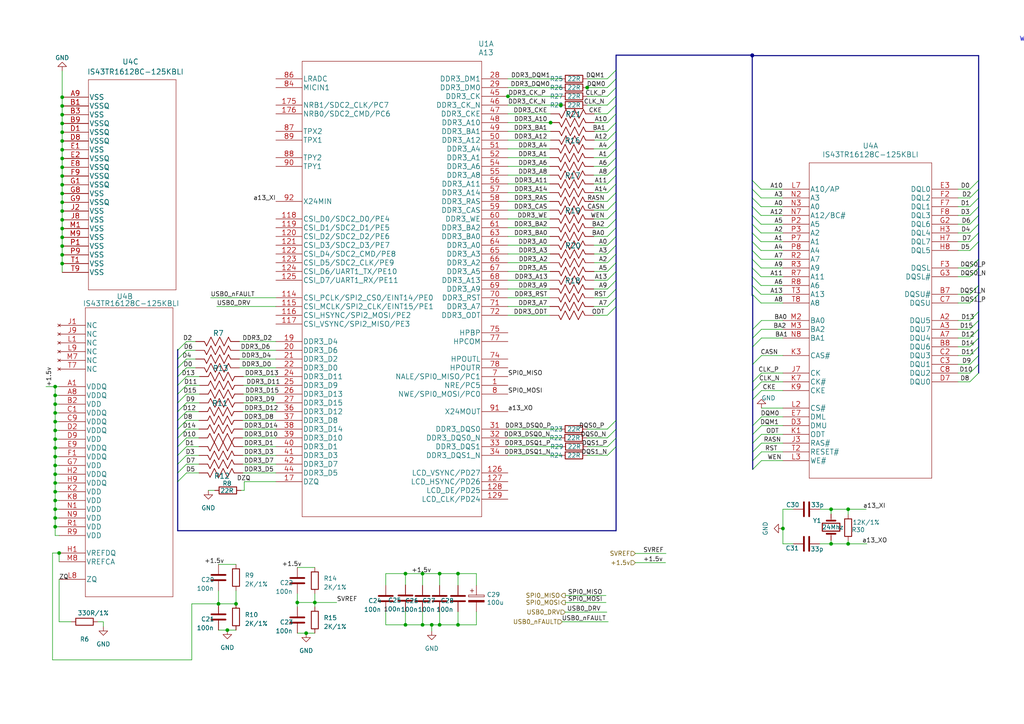
<source format=kicad_sch>
(kicad_sch (version 20230121) (generator eeschema)
  (paper "A4")
  (title_block (title "srvant-board MK1") (date "2021-07-14") (rev "rev-0.1dev"))
  (junction (at 18.034 38.354) (diameter 0.9144))
  (junction (at 91.313 174.752) (diameter 0.9144))
  (junction (at 16.002 140.081) (diameter 0.9144))
  (junction (at 227.076 153.289) (diameter 0.9144))
  (junction (at 18.034 48.514) (diameter 0.9144))
  (junction (at 125.222 181.229) (diameter 0.9144))
  (junction (at 218.186 16.129) (diameter 0.9144))
  (junction (at 16.002 150.241) (diameter 0.9144))
  (junction (at 122.555 181.229) (diameter 0.9144))
  (junction (at 16.002 152.781) (diameter 0.9144))
  (junction (at 16.002 135.001) (diameter 0.9144))
  (junction (at 16.002 142.621) (diameter 0.9144))
  (junction (at 245.999 157.734) (diameter 0.9144))
  (junction (at 16.002 129.921) (diameter 0.9144))
  (junction (at 117.602 181.229) (diameter 0.9144))
  (junction (at 18.034 40.894) (diameter 0.9144))
  (junction (at 16.002 127.381) (diameter 0.9144))
  (junction (at 218.186 16.002) (diameter 0.9144))
  (junction (at 159.6898 35.56) (diameter 0.9144))
  (junction (at 68.453 175.133) (diameter 0.9144))
  (junction (at 18.034 33.274) (diameter 0.9144))
  (junction (at 18.034 43.434) (diameter 0.9144))
  (junction (at 16.002 145.161) (diameter 0.9144))
  (junction (at 241.046 157.734) (diameter 0.9144))
  (junction (at 16.002 117.221) (diameter 0.9144))
  (junction (at 162.687 30.48) (diameter 0.9144))
  (junction (at 86.233 174.752) (diameter 0.9144))
  (junction (at 18.034 61.214) (diameter 0.9144))
  (junction (at 18.034 71.374) (diameter 0.9144))
  (junction (at 16.002 114.681) (diameter 0.9144))
  (junction (at 241.046 147.701) (diameter 0.9144))
  (junction (at 18.034 68.834) (diameter 0.9144))
  (junction (at 88.7984 183.642) (diameter 0.9144))
  (junction (at 16.002 119.761) (diameter 0.9144))
  (junction (at 132.842 181.229) (diameter 0.9144))
  (junction (at 17.145 160.401) (diameter 0.9144))
  (junction (at 18.034 73.914) (diameter 0.9144))
  (junction (at 18.034 63.754) (diameter 0.9144))
  (junction (at 18.034 66.294) (diameter 0.9144))
  (junction (at 16.002 124.841) (diameter 0.9144))
  (junction (at 63.373 175.133) (diameter 0.9144))
  (junction (at 16.002 122.301) (diameter 0.9144))
  (junction (at 18.034 76.454) (diameter 0.9144))
  (junction (at 18.034 28.194) (diameter 0.9144))
  (junction (at 18.034 58.674) (diameter 0.9144))
  (junction (at 16.002 112.141) (diameter 0.9144))
  (junction (at 18.034 35.814) (diameter 0.9144))
  (junction (at 18.034 45.974) (diameter 0.9144))
  (junction (at 147.32 27.94) (diameter 0.9144))
  (junction (at 16.002 137.541) (diameter 0.9144))
  (junction (at 16.002 147.701) (diameter 0.9144))
  (junction (at 18.034 30.734) (diameter 0.9144))
  (junction (at 18.034 56.134) (diameter 0.9144))
  (junction (at 122.555 166.37) (diameter 0.9144))
  (junction (at 65.9384 182.753) (diameter 0.9144))
  (junction (at 132.842 166.37) (diameter 0.9144))
  (junction (at 117.602 166.37) (diameter 0.9144))
  (junction (at 16.002 132.461) (diameter 0.9144))
  (junction (at 18.034 51.054) (diameter 0.9144))
  (junction (at 18.034 53.594) (diameter 0.9144))
  (junction (at 127.508 166.37) (diameter 0.9144))
  (junction (at 127.508 181.229) (diameter 0.9144))
  (junction (at 170.307 25.4) (diameter 0.9144))
  (junction (at 245.999 147.701) (diameter 0.9144))
  (bus_entry (at 178.689 83.82) (size -2.54 2.54) (stroke (width 0.1524)))
  (bus_entry (at 176.149 25.4) (size 2.54 -2.54) (stroke (width 0.1524)))
  (bus_entry (at 281.305 100.584) (size 2.54 -2.54) (stroke (width 0.1524)))
  (bus_entry (at 176.149 35.56) (size 2.54 -2.54) (stroke (width 0.1524)))
  (bus_entry (at 176.149 40.64) (size 2.54 -2.54) (stroke (width 0.1524)))
  (bus_entry (at 176.149 43.18) (size 2.54 -2.54) (stroke (width 0.1524)))
  (bus_entry (at 176.149 45.72) (size 2.54 -2.54) (stroke (width 0.1524)))
  (bus_entry (at 176.149 48.26) (size 2.54 -2.54) (stroke (width 0.1524)))
  (bus_entry (at 176.149 50.8) (size 2.54 -2.54) (stroke (width 0.1524)))
  (bus_entry (at 176.149 53.34) (size 2.54 -2.54) (stroke (width 0.1524)))
  (bus_entry (at 176.149 71.12) (size 2.54 -2.54) (stroke (width 0.1524)))
  (bus_entry (at 176.149 73.66) (size 2.54 -2.54) (stroke (width 0.1524)))
  (bus_entry (at 176.149 76.2) (size 2.54 -2.54) (stroke (width 0.1524)))
  (bus_entry (at 176.149 78.74) (size 2.54 -2.54) (stroke (width 0.1524)))
  (bus_entry (at 176.149 81.28) (size 2.54 -2.54) (stroke (width 0.1524)))
  (bus_entry (at 176.149 83.82) (size 2.54 -2.54) (stroke (width 0.1524)))
  (bus_entry (at 176.149 88.9) (size 2.54 -2.54) (stroke (width 0.1524)))
  (bus_entry (at 281.305 85.344) (size 2.54 -2.54) (stroke (width 0.1524)))
  (bus_entry (at 178.689 60.96) (size -2.54 2.54) (stroke (width 0.1524)))
  (bus_entry (at 281.305 80.264) (size 2.54 -2.54) (stroke (width 0.1524)))
  (bus_entry (at 281.305 110.744) (size 2.54 -2.54) (stroke (width 0.1524)))
  (bus_entry (at 178.689 88.9) (size -2.54 2.54) (stroke (width 0.1524)))
  (bus_entry (at 176.149 30.48) (size 2.54 -2.54) (stroke (width 0.1524)))
  (bus_entry (at 178.689 63.5) (size -2.54 2.54) (stroke (width 0.1524)))
  (bus_entry (at 281.305 77.724) (size 2.54 -2.54) (stroke (width 0.1524)))
  (bus_entry (at 176.149 55.88) (size 2.54 -2.54) (stroke (width 0.1524)))
  (bus_entry (at 281.305 57.404) (size 2.54 -2.54) (stroke (width 0.1524)))
  (bus_entry (at 218.313 123.444) (size 2.54 -2.54) (stroke (width 0.1524)))
  (bus_entry (at 218.313 105.664) (size 2.54 -2.54) (stroke (width 0.1524)))
  (bus_entry (at 281.305 95.504) (size 2.54 -2.54) (stroke (width 0.1524)))
  (bus_entry (at 218.186 52.324) (size 2.54 2.54) (stroke (width 0.1524)))
  (bus_entry (at 176.149 22.86) (size 2.54 -2.54) (stroke (width 0.1524)))
  (bus_entry (at 281.305 98.044) (size 2.54 -2.54) (stroke (width 0.1524)))
  (bus_entry (at 218.313 125.984) (size 2.54 -2.54) (stroke (width 0.1524)))
  (bus_entry (at 218.313 133.604) (size 2.54 -2.54) (stroke (width 0.1524)))
  (bus_entry (at 218.313 131.064) (size 2.54 -2.54) (stroke (width 0.1524)))
  (bus_entry (at 176.149 38.1) (size 2.54 -2.54) (stroke (width 0.1524)))
  (bus_entry (at 178.689 66.04) (size -2.54 2.54) (stroke (width 0.1524)))
  (bus_entry (at 281.305 72.644) (size 2.54 -2.54) (stroke (width 0.1524)))
  (bus_entry (at 218.186 54.864) (size 2.54 2.54) (stroke (width 0.1524)))
  (bus_entry (at 218.186 57.404) (size 2.54 2.54) (stroke (width 0.1524)))
  (bus_entry (at 218.186 59.944) (size 2.54 2.54) (stroke (width 0.1524)))
  (bus_entry (at 218.186 62.484) (size 2.54 2.54) (stroke (width 0.1524)))
  (bus_entry (at 218.186 65.024) (size 2.54 2.54) (stroke (width 0.1524)))
  (bus_entry (at 218.186 67.564) (size 2.54 2.54) (stroke (width 0.1524)))
  (bus_entry (at 218.186 70.104) (size 2.54 2.54) (stroke (width 0.1524)))
  (bus_entry (at 218.186 72.644) (size 2.54 2.54) (stroke (width 0.1524)))
  (bus_entry (at 218.186 75.184) (size 2.54 2.54) (stroke (width 0.1524)))
  (bus_entry (at 218.186 77.724) (size 2.54 2.54) (stroke (width 0.1524)))
  (bus_entry (at 218.186 80.264) (size 2.54 2.54) (stroke (width 0.1524)))
  (bus_entry (at 218.186 82.804) (size 2.54 2.54) (stroke (width 0.1524)))
  (bus_entry (at 218.186 85.344) (size 2.54 2.54) (stroke (width 0.1524)))
  (bus_entry (at 218.313 100.584) (size 2.54 -2.54) (stroke (width 0.1524)))
  (bus_entry (at 281.305 87.884) (size 2.54 -2.54) (stroke (width 0.1524)))
  (bus_entry (at 218.313 98.044) (size 2.54 -2.54) (stroke (width 0.1524)))
  (bus_entry (at 281.305 54.864) (size 2.54 -2.54) (stroke (width 0.1524)))
  (bus_entry (at 281.305 92.964) (size 2.54 -2.54) (stroke (width 0.1524)))
  (bus_entry (at 218.313 128.524) (size 2.54 -2.54) (stroke (width 0.1524)))
  (bus_entry (at 176.149 124.46) (size 2.54 -2.54) (stroke (width 0.1524)))
  (bus_entry (at 176.149 127) (size 2.54 -2.54) (stroke (width 0.1524)))
  (bus_entry (at 176.149 132.08) (size 2.54 -2.54) (stroke (width 0.1524)))
  (bus_entry (at 176.1998 129.54) (size 2.54 -2.54) (stroke (width 0.1524)))
  (bus_entry (at 281.305 65.024) (size 2.54 -2.54) (stroke (width 0.1524)))
  (bus_entry (at 218.313 115.824) (size 2.54 -2.54) (stroke (width 0.1524)))
  (bus_entry (at 281.305 62.484) (size 2.54 -2.54) (stroke (width 0.1524)))
  (bus_entry (at 51.5366 101.6) (size 2.54 -2.54) (stroke (width 0.1524)))
  (bus_entry (at 51.5366 104.14) (size 2.54 -2.54) (stroke (width 0.1524)))
  (bus_entry (at 51.5366 106.68) (size 2.54 -2.54) (stroke (width 0.1524)))
  (bus_entry (at 51.5366 109.22) (size 2.54 -2.54) (stroke (width 0.1524)))
  (bus_entry (at 51.5366 111.76) (size 2.54 -2.54) (stroke (width 0.1524)))
  (bus_entry (at 51.5366 114.3) (size 2.54 -2.54) (stroke (width 0.1524)))
  (bus_entry (at 51.5366 116.84) (size 2.54 -2.54) (stroke (width 0.1524)))
  (bus_entry (at 51.5366 119.38) (size 2.54 -2.54) (stroke (width 0.1524)))
  (bus_entry (at 51.5366 121.92) (size 2.54 -2.54) (stroke (width 0.1524)))
  (bus_entry (at 51.5366 124.46) (size 2.54 -2.54) (stroke (width 0.1524)))
  (bus_entry (at 51.5366 127) (size 2.54 -2.54) (stroke (width 0.1524)))
  (bus_entry (at 51.5366 129.54) (size 2.54 -2.54) (stroke (width 0.1524)))
  (bus_entry (at 51.5366 132.08) (size 2.54 -2.54) (stroke (width 0.1524)))
  (bus_entry (at 51.5366 134.62) (size 2.54 -2.54) (stroke (width 0.1524)))
  (bus_entry (at 51.5366 137.16) (size 2.54 -2.54) (stroke (width 0.1524)))
  (bus_entry (at 51.5366 139.7) (size 2.54 -2.54) (stroke (width 0.1524)))
  (bus_entry (at 178.689 58.42) (size -2.54 2.54) (stroke (width 0.1524)))
  (bus_entry (at 218.313 110.744) (size 2.54 -2.54) (stroke (width 0.1524)))
  (bus_entry (at 281.305 105.664) (size 2.54 -2.54) (stroke (width 0.1524)))
  (bus_entry (at 176.149 27.94) (size 2.54 -2.54) (stroke (width 0.1524)))
  (bus_entry (at 281.305 59.944) (size 2.54 -2.54) (stroke (width 0.1524)))
  (bus_entry (at 218.313 136.144) (size 2.54 -2.54) (stroke (width 0.1524)))
  (bus_entry (at 281.305 67.564) (size 2.54 -2.54) (stroke (width 0.1524)))
  (bus_entry (at 281.305 103.124) (size 2.54 -2.54) (stroke (width 0.1524)))
  (bus_entry (at 281.305 70.104) (size 2.54 -2.54) (stroke (width 0.1524)))
  (bus_entry (at 218.313 95.504) (size 2.54 -2.54) (stroke (width 0.1524)))
  (bus_entry (at 176.149 33.02) (size 2.54 -2.54) (stroke (width 0.1524)))
  (bus_entry (at 178.689 55.88) (size -2.54 2.54) (stroke (width 0.1524)))
  (bus_entry (at 218.313 113.284) (size 2.54 -2.54) (stroke (width 0.1524)))
  (bus_entry (at 281.305 108.204) (size 2.54 -2.54) (stroke (width 0.1524)))
  (wire (pts (xy 16.002 147.701) (xy 17.145 147.701)))
  (wire (pts (xy 277.876 100.584) (xy 281.305 100.584)))
  (wire (pts (xy 86.233 174.752) (xy 91.313 174.752)))
  (wire (pts (xy 277.876 67.564) (xy 281.305 67.564)))
  (wire (pts (xy 172.1866 58.42) (xy 176.149 58.42)))
  (wire (pts (xy 70.3834 121.92) (xy 80.01 121.92)))
  (wire (pts (xy 132.842 166.37) (xy 132.842 169.799)))
  (wire (pts (xy 16.002 152.781) (xy 17.145 152.781)))
  (wire (pts (xy 220.853 128.524) (xy 227.076 128.524)))
  (bus (pts (xy 178.689 22.86) (xy 178.689 25.4)) (stroke (width 0.3)))
  (wire (pts (xy 61.087 86.36) (xy 80.01 86.36)))
  (wire (pts (xy 127.508 166.37) (xy 127.508 169.799)))
  (wire (pts (xy 17.145 180.34) (xy 17.145 168.021)))
  (wire (pts (xy 20.701 180.34) (xy 17.145 180.34)))
  (wire (pts (xy 16.002 135.001) (xy 17.145 135.001)))
  (wire (pts (xy 220.853 133.604) (xy 227.076 133.604)))
  (wire (pts (xy 147.32 76.2) (xy 159.5882 76.2)))
  (wire (pts (xy 170.307 22.86) (xy 176.149 22.86)))
  (wire (pts (xy 220.853 92.964) (xy 227.076 92.964)))
  (wire (pts (xy 147.32 91.44) (xy 159.4866 91.44)))
  (bus (pts (xy 283.845 70.104) (xy 283.845 75.184)))
  (wire (pts (xy 16.002 122.301) (xy 17.145 122.301)))
  (bus (pts (xy 178.689 86.36) (xy 178.689 88.9)) (stroke (width 0.3)))
  (wire (pts (xy 277.876 110.744) (xy 281.305 110.744)))
  (wire (pts (xy 70.4342 132.08) (xy 80.01 132.08)))
  (bus (pts (xy 51.5366 139.7) (xy 51.5366 153.924)))
  (wire (pts (xy 147.32 71.12) (xy 159.512 71.12)))
  (wire (pts (xy 220.726 65.024) (xy 227.076 65.024)))
  (bus (pts (xy 218.313 95.504) (xy 218.313 98.044)))
  (wire (pts (xy 91.313 174.752) (xy 97.663 174.752)))
  (wire (pts (xy 159.7152 35.56) (xy 159.6898 35.56)))
  (wire (pts (xy 54.0766 132.08) (xy 57.7342 132.08)))
  (wire (pts (xy 220.726 80.264) (xy 227.076 80.264)))
  (wire (pts (xy 172.1866 53.34) (xy 176.149 53.34)))
  (wire (pts (xy 172.1866 60.96) (xy 176.149 60.96)))
  (wire (pts (xy 241.046 157.734) (xy 245.999 157.734)))
  (wire (pts (xy 245.999 157.734) (xy 245.999 156.845)))
  (wire (pts (xy 147.32 30.48) (xy 162.687 30.48)))
  (wire (pts (xy 162.687 30.48) (xy 162.941 30.48)))
  (wire (pts (xy 16.002 119.761) (xy 17.145 119.761)))
  (wire (pts (xy 163.068 180.34) (xy 176.403 180.34)))
  (wire (pts (xy 172.1612 50.8) (xy 176.149 50.8)))
  (wire (pts (xy 163.957 174.752) (xy 175.768 174.752)))
  (wire (pts (xy 70.5866 111.76) (xy 80.01 111.76)))
  (wire (pts (xy 60.4266 142.24) (xy 62.2808 142.24)))
  (bus (pts (xy 283.845 90.424) (xy 283.845 92.964)))
  (wire (pts (xy 69.4436 101.6) (xy 80.01 101.6)))
  (wire (pts (xy 147.32 55.88) (xy 159.4866 55.88)))
  (wire (pts (xy 170.18 127) (xy 176.149 127)))
  (bus (pts (xy 218.186 57.404) (xy 218.186 59.944)) (stroke (width 0.3)))
  (wire (pts (xy 70.3834 119.38) (xy 80.01 119.38)))
  (bus (pts (xy 218.186 62.484) (xy 218.186 65.024)) (stroke (width 0.3)))
  (wire (pts (xy 220.853 110.744) (xy 227.076 110.744)))
  (wire (pts (xy 147.32 68.58) (xy 159.512 68.58)))
  (wire (pts (xy 220.726 77.724) (xy 227.076 77.724)))
  (bus (pts (xy 218.186 16.129) (xy 283.845 16.129)) (stroke (width 0.3)))
  (wire (pts (xy 172.1866 55.88) (xy 176.149 55.88)))
  (bus (pts (xy 218.186 65.024) (xy 218.186 67.564)) (stroke (width 0.3)))
  (wire (pts (xy 55.626 175.133) (xy 63.373 175.133)))
  (wire (pts (xy 63.373 175.133) (xy 68.453 175.133)))
  (wire (pts (xy 69.4436 99.06) (xy 80.01 99.06)))
  (bus (pts (xy 178.689 76.2) (xy 178.689 78.74)) (stroke (width 0.3)))
  (wire (pts (xy 17.145 160.401) (xy 15.24 160.401)))
  (wire (pts (xy 17.145 162.941) (xy 17.145 160.401)))
  (wire (pts (xy 70.5866 109.22) (xy 80.01 109.22)))
  (wire (pts (xy 277.876 80.264) (xy 281.305 80.264)))
  (wire (pts (xy 70.4342 129.54) (xy 80.01 129.54)))
  (wire (pts (xy 117.602 166.37) (xy 117.602 169.672)))
  (wire (pts (xy 220.853 98.044) (xy 227.076 98.044)))
  (bus (pts (xy 178.689 88.9) (xy 178.689 121.92)))
  (bus (pts (xy 178.689 20.32) (xy 178.689 22.86)) (stroke (width 0.3)))
  (bus (pts (xy 51.5366 101.6) (xy 51.5366 104.14)))
  (bus (pts (xy 178.689 25.4) (xy 178.689 27.94)) (stroke (width 0.3)))
  (wire (pts (xy 147.32 22.86) (xy 162.687 22.86)))
  (wire (pts (xy 237.744 157.734) (xy 241.046 157.734)))
  (wire (pts (xy 241.046 157.734) (xy 241.046 156.718)))
  (bus (pts (xy 218.186 52.324) (xy 218.186 54.864)) (stroke (width 0.3)))
  (wire (pts (xy 70.3834 124.46) (xy 80.01 124.46)))
  (bus (pts (xy 178.689 16.002) (xy 178.689 20.32)) (stroke (width 0.3)))
  (wire (pts (xy 277.876 92.964) (xy 281.305 92.964)))
  (bus (pts (xy 218.186 82.804) (xy 218.186 85.344)) (stroke (width 0.3)))
  (bus (pts (xy 51.5366 124.46) (xy 51.5366 127)))
  (wire (pts (xy 70.8406 139.7) (xy 80.01 139.7)))
  (bus (pts (xy 178.689 81.28) (xy 178.689 83.82)) (stroke (width 0.3)))
  (wire (pts (xy 170.307 30.48) (xy 176.149 30.48)))
  (wire (pts (xy 70.4342 134.62) (xy 80.01 134.62)))
  (wire (pts (xy 277.876 70.104) (xy 281.305 70.104)))
  (bus (pts (xy 51.5366 109.22) (xy 51.5366 111.76)))
  (bus (pts (xy 51.5366 121.92) (xy 51.5366 124.46)))
  (wire (pts (xy 163.957 177.546) (xy 176.022 177.546)))
  (wire (pts (xy 220.726 67.564) (xy 227.076 67.564)))
  (wire (pts (xy 277.876 72.644) (xy 281.305 72.644)))
  (wire (pts (xy 86.233 164.592) (xy 91.313 164.592)))
  (wire (pts (xy 122.555 177.419) (xy 122.555 181.229)))
  (bus (pts (xy 283.845 100.584) (xy 283.845 103.124)))
  (wire (pts (xy 220.726 75.184) (xy 227.076 75.184)))
  (bus (pts (xy 218.313 98.044) (xy 218.313 100.584)))
  (bus (pts (xy 218.313 85.725) (xy 218.313 95.504)))
  (bus (pts (xy 283.845 105.664) (xy 283.845 108.204)))
  (bus (pts (xy 51.5366 111.76) (xy 51.5366 114.3)))
  (wire (pts (xy 220.726 85.344) (xy 227.076 85.344)))
  (wire (pts (xy 220.726 72.644) (xy 227.076 72.644)))
  (bus (pts (xy 178.689 40.64) (xy 178.689 43.18)) (stroke (width 0.3)))
  (bus (pts (xy 218.313 128.524) (xy 218.313 131.064)))
  (bus (pts (xy 218.313 131.064) (xy 218.313 133.604)))
  (wire (pts (xy 69.9008 142.24) (xy 70.8406 142.24)))
  (wire (pts (xy 16.002 127.381) (xy 17.145 127.381)))
  (wire (pts (xy 220.726 59.944) (xy 227.076 59.944)))
  (wire (pts (xy 172.2882 73.66) (xy 176.149 73.66)))
  (wire (pts (xy 220.853 95.504) (xy 227.076 95.504)))
  (bus (pts (xy 218.313 115.824) (xy 218.313 123.444)))
  (bus (pts (xy 51.5366 114.3) (xy 51.5366 116.84)))
  (wire (pts (xy 132.842 177.419) (xy 132.842 181.229)))
  (wire (pts (xy 69.4436 106.68) (xy 80.01 106.68)))
  (wire (pts (xy 172.2882 81.28) (xy 176.149 81.28)))
  (wire (pts (xy 63.373 182.753) (xy 65.9384 182.753)))
  (wire (pts (xy 65.9384 182.753) (xy 68.453 182.753)))
  (wire (pts (xy 172.1612 45.72) (xy 176.149 45.72)))
  (wire (pts (xy 277.876 59.944) (xy 281.305 59.944)))
  (bus (pts (xy 178.689 66.04) (xy 178.689 68.58)) (stroke (width 0.3)))
  (wire (pts (xy 170.2816 132.08) (xy 176.149 132.08)))
  (wire (pts (xy 16.002 114.681) (xy 16.002 112.141)))
  (wire (pts (xy 16.002 117.221) (xy 16.002 114.681)))
  (wire (pts (xy 16.002 119.761) (xy 16.002 117.221)))
  (wire (pts (xy 16.002 122.301) (xy 16.002 119.761)))
  (wire (pts (xy 16.002 124.841) (xy 16.002 122.301)))
  (wire (pts (xy 16.002 127.381) (xy 16.002 124.841)))
  (wire (pts (xy 16.002 129.921) (xy 16.002 127.381)))
  (wire (pts (xy 16.002 132.461) (xy 16.002 129.921)))
  (wire (pts (xy 16.002 135.001) (xy 16.002 132.461)))
  (wire (pts (xy 16.002 137.541) (xy 16.002 135.001)))
  (wire (pts (xy 16.002 140.081) (xy 16.002 137.541)))
  (wire (pts (xy 16.002 142.621) (xy 16.002 140.081)))
  (wire (pts (xy 16.002 145.161) (xy 16.002 142.621)))
  (wire (pts (xy 16.002 147.701) (xy 16.002 145.161)))
  (wire (pts (xy 16.002 150.241) (xy 16.002 147.701)))
  (wire (pts (xy 16.002 152.781) (xy 16.002 150.241)))
  (wire (pts (xy 16.002 155.321) (xy 16.002 152.781)))
  (wire (pts (xy 17.145 155.321) (xy 16.002 155.321)))
  (bus (pts (xy 218.313 105.664) (xy 218.313 110.744)))
  (wire (pts (xy 54.0766 116.84) (xy 57.8866 116.84)))
  (bus (pts (xy 178.689 50.8) (xy 178.689 53.34)) (stroke (width 0.3)))
  (wire (pts (xy 147.32 50.8) (xy 159.4612 50.8)))
  (wire (pts (xy 277.876 54.864) (xy 281.305 54.864)))
  (wire (pts (xy 16.002 150.241) (xy 17.145 150.241)))
  (wire (pts (xy 68.453 171.323) (xy 68.453 175.133)))
  (wire (pts (xy 70.8406 139.7) (xy 70.8406 142.24)))
  (bus (pts (xy 283.845 75.184) (xy 283.845 77.724)))
  (wire (pts (xy 147.32 40.64) (xy 159.6898 40.64)))
  (wire (pts (xy 54.0766 111.76) (xy 57.8866 111.76)))
  (bus (pts (xy 178.689 58.42) (xy 178.689 60.96)) (stroke (width 0.3)))
  (bus (pts (xy 178.689 45.72) (xy 178.689 48.26)) (stroke (width 0.3)))
  (wire (pts (xy 16.002 137.541) (xy 17.145 137.541)))
  (wire (pts (xy 277.876 85.344) (xy 281.305 85.344)))
  (bus (pts (xy 218.313 123.444) (xy 218.313 125.984)))
  (wire (pts (xy 147.32 45.72) (xy 159.4612 45.72)))
  (wire (pts (xy 70.4342 137.16) (xy 80.01 137.16)))
  (bus (pts (xy 283.845 98.044) (xy 283.845 100.584)))
  (bus (pts (xy 51.5366 119.38) (xy 51.5366 121.92)))
  (wire (pts (xy 245.999 147.701) (xy 251.206 147.701)))
  (bus (pts (xy 283.845 57.404) (xy 283.845 59.944)))
  (bus (pts (xy 283.845 16.129) (xy 283.845 52.324)))
  (wire (pts (xy 220.853 103.124) (xy 227.076 103.124)))
  (bus (pts (xy 178.689 38.1) (xy 178.689 40.64)) (stroke (width 0.3)))
  (wire (pts (xy 147.32 58.42) (xy 159.4866 58.42)))
  (wire (pts (xy 63.373 163.703) (xy 68.453 163.703)))
  (wire (pts (xy 86.233 172.212) (xy 86.233 174.752)))
  (wire (pts (xy 125.222 181.229) (xy 125.222 183.007)))
  (wire (pts (xy 16.002 117.221) (xy 17.145 117.221)))
  (wire (pts (xy 54.0766 137.16) (xy 57.7342 137.16)))
  (wire (pts (xy 54.0766 101.6) (xy 56.7436 101.6)))
  (wire (pts (xy 277.876 57.404) (xy 281.305 57.404)))
  (wire (pts (xy 127.508 177.419) (xy 127.508 181.229)))
  (wire (pts (xy 172.2882 76.2) (xy 176.149 76.2)))
  (wire (pts (xy 18.034 20.574) (xy 18.034 28.194)))
  (wire (pts (xy 18.034 28.194) (xy 18.034 30.734)))
  (wire (pts (xy 18.034 30.734) (xy 18.034 33.274)))
  (wire (pts (xy 18.034 33.274) (xy 18.034 35.814)))
  (wire (pts (xy 18.034 35.814) (xy 18.034 38.354)))
  (wire (pts (xy 18.034 38.354) (xy 18.034 40.894)))
  (wire (pts (xy 18.034 40.894) (xy 18.034 43.434)))
  (wire (pts (xy 18.034 43.434) (xy 18.034 45.974)))
  (wire (pts (xy 18.034 45.974) (xy 18.034 48.514)))
  (wire (pts (xy 18.034 48.514) (xy 18.034 51.054)))
  (wire (pts (xy 18.034 51.054) (xy 18.034 53.594)))
  (wire (pts (xy 18.034 53.594) (xy 18.034 56.134)))
  (wire (pts (xy 18.034 56.134) (xy 18.034 58.674)))
  (wire (pts (xy 18.034 58.674) (xy 18.034 61.214)))
  (wire (pts (xy 18.034 61.214) (xy 18.034 63.754)))
  (wire (pts (xy 18.034 63.754) (xy 18.034 66.294)))
  (wire (pts (xy 18.034 66.294) (xy 18.034 68.834)))
  (wire (pts (xy 18.034 68.834) (xy 18.034 71.374)))
  (wire (pts (xy 18.034 71.374) (xy 18.034 73.914)))
  (wire (pts (xy 18.034 73.914) (xy 18.034 76.454)))
  (wire (pts (xy 18.034 76.454) (xy 18.034 78.994)))
  (wire (pts (xy 122.555 166.37) (xy 122.555 169.799)))
  (bus (pts (xy 218.186 85.344) (xy 218.186 85.725)) (stroke (width 0.3)))
  (bus (pts (xy 178.689 27.94) (xy 178.689 30.48)) (stroke (width 0.3)))
  (wire (pts (xy 54.0766 106.68) (xy 56.7436 106.68)))
  (bus (pts (xy 178.689 121.92) (xy 178.689 124.46)))
  (wire (pts (xy 227.076 157.734) (xy 227.076 153.289)))
  (wire (pts (xy 230.124 157.734) (xy 227.076 157.734)))
  (wire (pts (xy 147.32 86.36) (xy 159.4866 86.36)))
  (bus (pts (xy 178.689 30.48) (xy 178.689 33.02)) (stroke (width 0.3)))
  (bus (pts (xy 51.5366 137.16) (xy 51.5366 139.7)))
  (wire (pts (xy 172.2882 78.74) (xy 176.149 78.74)))
  (bus (pts (xy 283.845 59.944) (xy 283.845 62.484)))
  (wire (pts (xy 147.32 33.02) (xy 159.6898 33.02)))
  (bus (pts (xy 51.5366 132.08) (xy 51.5366 134.62)))
  (bus (pts (xy 283.845 62.484) (xy 283.845 65.024)))
  (wire (pts (xy 16.002 132.461) (xy 17.145 132.461)))
  (bus (pts (xy 218.313 125.984) (xy 218.313 128.524)))
  (bus (pts (xy 283.845 85.344) (xy 283.845 90.424)))
  (wire (pts (xy 220.853 118.364) (xy 227.076 118.364)))
  (wire (pts (xy 28.321 180.34) (xy 29.972 180.34)))
  (wire (pts (xy 29.972 180.34) (xy 29.972 181.737)))
  (bus (pts (xy 178.689 35.56) (xy 178.689 38.1)) (stroke (width 0.3)))
  (bus (pts (xy 218.313 100.584) (xy 218.313 105.664)))
  (wire (pts (xy 54.0766 127) (xy 57.6834 127)))
  (wire (pts (xy 91.313 172.212) (xy 91.313 174.752)))
  (wire (pts (xy 91.313 174.752) (xy 91.313 176.022)))
  (wire (pts (xy 54.0766 114.3) (xy 57.8866 114.3)))
  (wire (pts (xy 163.957 172.72) (xy 175.768 172.72)))
  (wire (pts (xy 147.32 35.56) (xy 159.6898 35.56)))
  (wire (pts (xy 16.002 142.621) (xy 17.145 142.621)))
  (wire (pts (xy 147.32 83.82) (xy 159.4866 83.82)))
  (wire (pts (xy 54.0766 129.54) (xy 57.7342 129.54)))
  (wire (pts (xy 172.1866 83.82) (xy 176.149 83.82)))
  (bus (pts (xy 51.5366 127) (xy 51.5366 129.54)))
  (bus (pts (xy 283.845 95.504) (xy 283.845 98.044)))
  (wire (pts (xy 172.1612 43.18) (xy 176.149 43.18)))
  (wire (pts (xy 227.076 147.701) (xy 230.124 147.701)))
  (wire (pts (xy 227.076 153.289) (xy 227.076 147.701)))
  (bus (pts (xy 218.186 80.264) (xy 218.186 82.804)) (stroke (width 0.3)))
  (bus (pts (xy 218.186 75.184) (xy 218.186 77.724)) (stroke (width 0.3)))
  (wire (pts (xy 54.0766 121.92) (xy 57.6834 121.92)))
  (bus (pts (xy 178.689 60.96) (xy 178.689 63.5)) (stroke (width 0.3)))
  (wire (pts (xy 172.1866 91.44) (xy 176.149 91.44)))
  (bus (pts (xy 51.5366 129.54) (xy 51.5366 132.08)))
  (wire (pts (xy 220.853 120.904) (xy 227.076 120.904)))
  (bus (pts (xy 283.845 67.564) (xy 283.845 70.104)))
  (bus (pts (xy 178.689 83.82) (xy 178.689 86.36)) (stroke (width 0.3)))
  (wire (pts (xy 220.726 62.484) (xy 227.076 62.484)))
  (bus (pts (xy 283.845 92.964) (xy 283.845 95.504)))
  (wire (pts (xy 16.002 140.081) (xy 17.145 140.081)))
  (wire (pts (xy 16.002 124.841) (xy 17.145 124.841)))
  (wire (pts (xy 277.876 95.504) (xy 281.305 95.504)))
  (bus (pts (xy 218.186 59.944) (xy 218.186 62.484)) (stroke (width 0.3)))
  (wire (pts (xy 54.0766 104.14) (xy 56.7436 104.14)))
  (wire (pts (xy 277.876 103.124) (xy 281.305 103.124)))
  (wire (pts (xy 147.32 127) (xy 162.56 127)))
  (bus (pts (xy 51.5366 101.346) (xy 51.5366 101.6)))
  (bus (pts (xy 51.5366 153.924) (xy 178.689 153.924)))
  (wire (pts (xy 172.212 68.58) (xy 176.149 68.58)))
  (wire (pts (xy 220.726 87.884) (xy 227.076 87.884)))
  (wire (pts (xy 147.32 78.74) (xy 159.5882 78.74)))
  (wire (pts (xy 277.876 87.884) (xy 281.305 87.884)))
  (bus (pts (xy 178.689 63.5) (xy 178.689 66.04)) (stroke (width 0.3)))
  (bus (pts (xy 283.845 52.324) (xy 283.845 54.864)))
  (wire (pts (xy 170.307 27.94) (xy 176.149 27.94)))
  (wire (pts (xy 69.4436 104.14) (xy 80.01 104.14)))
  (wire (pts (xy 86.233 174.752) (xy 86.233 176.022)))
  (wire (pts (xy 54.0766 119.38) (xy 57.6834 119.38)))
  (bus (pts (xy 51.5366 134.62) (xy 51.5366 137.16)))
  (bus (pts (xy 51.5366 116.84) (xy 51.5366 119.38)))
  (bus (pts (xy 218.313 113.284) (xy 218.313 115.824)))
  (wire (pts (xy 170.2562 124.46) (xy 176.149 124.46)))
  (bus (pts (xy 178.689 73.66) (xy 178.689 76.2)) (stroke (width 0.3)))
  (wire (pts (xy 220.726 82.804) (xy 227.076 82.804)))
  (wire (pts (xy 220.853 108.204) (xy 227.076 108.204)))
  (wire (pts (xy 172.1866 86.36) (xy 176.149 86.36)))
  (wire (pts (xy 184.277 163.195) (xy 193.04 163.195)))
  (wire (pts (xy 172.212 63.5) (xy 176.149 63.5)))
  (wire (pts (xy 147.32 124.46) (xy 162.6362 124.46)))
  (wire (pts (xy 54.0766 134.62) (xy 57.7342 134.62)))
  (wire (pts (xy 147.32 48.26) (xy 159.4612 48.26)))
  (bus (pts (xy 218.186 72.644) (xy 218.186 75.184)) (stroke (width 0.3)))
  (wire (pts (xy 147.32 132.08) (xy 162.6616 132.08)))
  (wire (pts (xy 170.2816 25.4) (xy 170.307 25.4)))
  (wire (pts (xy 170.307 25.4) (xy 176.149 25.4)))
  (wire (pts (xy 147.32 66.04) (xy 159.512 66.04)))
  (wire (pts (xy 172.1866 88.9) (xy 176.149 88.9)))
  (wire (pts (xy 184.277 160.528) (xy 193.167 160.528)))
  (wire (pts (xy 54.0766 109.22) (xy 57.8866 109.22)))
  (wire (pts (xy 172.3898 33.02) (xy 176.149 33.02)))
  (wire (pts (xy 172.1612 48.26) (xy 176.149 48.26)))
  (wire (pts (xy 13.335 112.141) (xy 16.002 112.141)))
  (wire (pts (xy 16.002 112.141) (xy 17.145 112.141)))
  (wire (pts (xy 172.212 71.12) (xy 176.149 71.12)))
  (wire (pts (xy 220.726 57.404) (xy 227.076 57.404)))
  (bus (pts (xy 218.186 54.864) (xy 218.186 57.404)) (stroke (width 0.3)))
  (bus (pts (xy 283.845 54.864) (xy 283.845 57.404)))
  (bus (pts (xy 178.689 124.46) (xy 178.689 129.54)))
  (bus (pts (xy 283.845 65.024) (xy 283.845 67.564)))
  (wire (pts (xy 147.32 88.9) (xy 159.4866 88.9)))
  (wire (pts (xy 15.24 160.401) (xy 15.24 191.389)))
  (wire (pts (xy 15.24 191.389) (xy 55.626 191.389)))
  (wire (pts (xy 55.626 191.389) (xy 55.626 175.133)))
  (wire (pts (xy 70.5866 116.84) (xy 80.01 116.84)))
  (bus (pts (xy 178.689 78.74) (xy 178.689 81.28)) (stroke (width 0.3)))
  (wire (pts (xy 147.32 60.96) (xy 159.4866 60.96)))
  (wire (pts (xy 147.32 63.5) (xy 159.512 63.5)))
  (wire (pts (xy 220.726 70.104) (xy 227.076 70.104)))
  (bus (pts (xy 218.313 133.604) (xy 218.313 136.144)))
  (wire (pts (xy 277.876 62.484) (xy 281.305 62.484)))
  (wire (pts (xy 277.876 108.204) (xy 281.305 108.204)))
  (wire (pts (xy 80.01 88.9) (xy 62.865 88.9)))
  (wire (pts (xy 63.373 171.323) (xy 63.373 175.133)))
  (bus (pts (xy 218.186 15.875) (xy 218.186 16.002)) (stroke (width 0.3)))
  (bus (pts (xy 218.186 16.002) (xy 218.186 16.129)) (stroke (width 0.3)))
  (bus (pts (xy 218.186 16.129) (xy 218.186 52.324)) (stroke (width 0.3)))
  (wire (pts (xy 147.32 43.18) (xy 159.4612 43.18)))
  (wire (pts (xy 277.876 98.044) (xy 281.305 98.044)))
  (wire (pts (xy 172.3898 40.64) (xy 176.149 40.64)))
  (bus (pts (xy 178.689 53.34) (xy 178.689 55.88)) (stroke (width 0.3)))
  (wire (pts (xy 86.233 183.642) (xy 88.7984 183.642)))
  (wire (pts (xy 88.7984 183.642) (xy 91.313 183.642)))
  (bus (pts (xy 178.689 48.26) (xy 178.689 50.8)) (stroke (width 0.3)))
  (wire (pts (xy 220.853 131.064) (xy 227.076 131.064)))
  (wire (pts (xy 277.876 77.724) (xy 281.305 77.724)))
  (wire (pts (xy 111.887 177.419) (xy 111.887 181.229)))
  (wire (pts (xy 111.887 181.229) (xy 117.602 181.229)))
  (wire (pts (xy 117.602 181.229) (xy 122.555 181.229)))
  (wire (pts (xy 122.555 181.229) (xy 125.222 181.229)))
  (wire (pts (xy 125.222 181.229) (xy 127.508 181.229)))
  (wire (pts (xy 127.508 181.229) (xy 132.842 181.229)))
  (wire (pts (xy 132.842 181.229) (xy 138.176 181.229)))
  (wire (pts (xy 138.176 181.229) (xy 138.176 177.419)))
  (wire (pts (xy 147.32 73.66) (xy 159.5882 73.66)))
  (wire (pts (xy 220.853 113.284) (xy 227.076 113.284)))
  (wire (pts (xy 147.32 38.1) (xy 159.6898 38.1)))
  (wire (pts (xy 16.002 145.161) (xy 17.145 145.161)))
  (wire (pts (xy 172.3898 35.56) (xy 176.149 35.56)))
  (wire (pts (xy 117.602 177.292) (xy 117.602 181.229)))
  (bus (pts (xy 178.689 71.12) (xy 178.689 73.66)) (stroke (width 0.3)))
  (wire (pts (xy 220.853 125.984) (xy 227.076 125.984)))
  (wire (pts (xy 16.002 114.681) (xy 17.145 114.681)))
  (bus (pts (xy 178.689 55.88) (xy 178.689 58.42)) (stroke (width 0.3)))
  (wire (pts (xy 16.002 129.921) (xy 17.145 129.921)))
  (wire (pts (xy 70.3834 127) (xy 80.01 127)))
  (wire (pts (xy 147.32 129.54) (xy 162.7632 129.54)))
  (bus (pts (xy 178.689 43.18) (xy 178.689 45.72)) (stroke (width 0.3)))
  (wire (pts (xy 54.0766 99.06) (xy 56.7436 99.06)))
  (bus (pts (xy 51.5366 106.68) (xy 51.5366 109.22)))
  (wire (pts (xy 111.887 166.37) (xy 117.602 166.37)))
  (wire (pts (xy 111.887 169.799) (xy 111.887 166.37)))
  (wire (pts (xy 117.602 166.37) (xy 122.555 166.37)))
  (wire (pts (xy 122.555 166.37) (xy 127.508 166.37)))
  (wire (pts (xy 127.508 166.37) (xy 132.842 166.37)))
  (wire (pts (xy 132.842 166.37) (xy 138.176 166.37)))
  (wire (pts (xy 138.176 166.37) (xy 138.176 169.799)))
  (wire (pts (xy 70.5866 114.3) (xy 80.01 114.3)))
  (bus (pts (xy 218.313 110.744) (xy 218.313 113.284)))
  (bus (pts (xy 178.689 129.54) (xy 178.689 153.924)))
  (bus (pts (xy 178.689 33.02) (xy 178.689 35.56)) (stroke (width 0.3)))
  (wire (pts (xy 277.876 105.664) (xy 281.305 105.664)))
  (wire (pts (xy 220.726 54.864) (xy 227.076 54.864)))
  (wire (pts (xy 147.32 81.28) (xy 159.5882 81.28)))
  (bus (pts (xy 51.5366 104.14) (xy 51.5366 106.68)))
  (bus (pts (xy 178.689 68.58) (xy 178.689 71.12)) (stroke (width 0.3)))
  (wire (pts (xy 245.999 157.734) (xy 251.46 157.734)))
  (bus (pts (xy 218.186 77.724) (xy 218.186 80.264)) (stroke (width 0.3)))
  (bus (pts (xy 283.845 77.724) (xy 283.845 82.804)))
  (wire (pts (xy 147.193 27.94) (xy 147.32 27.94)))
  (wire (pts (xy 147.32 27.94) (xy 162.687 27.94)))
  (wire (pts (xy 147.32 53.34) (xy 159.4866 53.34)))
  (bus (pts (xy 283.845 82.804) (xy 283.845 85.344)))
  (wire (pts (xy 172.212 66.04) (xy 176.149 66.04)))
  (wire (pts (xy 220.853 123.444) (xy 227.076 123.444)))
  (wire (pts (xy 245.999 147.701) (xy 241.046 147.701)))
  (wire (pts (xy 245.999 149.225) (xy 245.999 147.701)))
  (wire (pts (xy 170.3832 129.54) (xy 176.1998 129.54)))
  (wire (pts (xy 172.3898 38.1) (xy 176.149 38.1)))
  (wire (pts (xy 147.32 25.4) (xy 162.687 25.4)))
  (bus (pts (xy 218.186 67.564) (xy 218.186 70.104)) (stroke (width 0.3)))
  (wire (pts (xy 54.0766 124.46) (xy 57.6834 124.46)))
  (bus (pts (xy 178.689 16.002) (xy 218.186 16.002)))
  (wire (pts (xy 277.876 65.024) (xy 281.305 65.024)))
  (bus (pts (xy 283.845 103.124) (xy 283.845 105.664)))
  (wire (pts (xy 237.744 147.701) (xy 241.046 147.701)))
  (wire (pts (xy 241.046 147.701) (xy 241.046 149.098)))
  (bus (pts (xy 218.186 70.104) (xy 218.186 72.644)) (stroke (width 0.3)))
  (text "A0-A12: address input\nBA0-BA2: bank address\nDQ0-DQ15: data I/O\n\n\n\nDQ0-DQ15: data I/O, sync with DQS/DQS#\n\nLDM,UDM: data input mask (LDM masks DQ0-DQ7, UDM masks DQ8-DQ15)\n\nLDQS(#), UDQS(#) - timing for input and output. \n\nWE# - write enable, operation command in conjunction with RAS# and CAS#\n\n\ncommand group:\n\n" (at 371.094 20.32 0) (effects (font (size 1.27 1.27)) (justify right bottom)))
  (label "DDR3_A5" (at 158.8262 78.74 180))
  (label "BA1" (at 175.641 38.1 180))
  (label "DDR3_A14" (at 158.8262 55.88 180))
  (label "BA0" (at 175.387 68.58 180))
  (label "D10" (at 56.8706 127 180))
  (label "A1" (at 227.076 70.104 180))
  (label "ODT" (at 175.387 91.44 180))
  (label "DDR3_A2" (at 158.9024 76.2 180))
  (label "DDR3_D9" (at 71.0438 116.84 0))
  (label "USB0_nFAULT" (at 175.768 180.34 180))
  (label "D10" (at 278.257 108.204 0))
  (label "DDR3_DQM0" (at 159.512 25.4 180))
  (label "SPI0_MOSI" (at 147.32 114.3 0))
  (label "BA1" (at 224.79 98.044 0))
  (label "DDR3_RST" (at 158.8008 86.36 180))
  (label "A6" (at 176.149 48.26 180))
  (label "D1" (at 278.638 59.944 0))
  (label "DDR3_D2" (at 70.2818 99.06 0))
  (label "A7" (at 227.076 75.184 180))
  (label "D6" (at 55.9562 101.6 180))
  (label "USB0_DRV" (at 62.865 88.9 0))
  (label "A2" (at 227.076 67.564 180))
  (label "D5" (at 278.638 72.644 0))
  (label "A8" (at 176.149 50.8 180))
  (label "DDR3_DSQ0_N" (at 159.639 127 180))
  (label "D3" (at 56.4896 132.08 180))
  (label "D4" (at 278.765 67.564 0))
  (label "CKE" (at 174.625 33.02 180))
  (label "WEN" (at 226.695 133.604 180))
  (label "CLK_N" (at 226.187 110.744 180))
  (label "DDR3_D6" (at 69.7738 101.6 0))
  (label "DDR3_A11" (at 158.8516 53.34 180))
  (label "a13_XO" (at 147.32 119.38 0))
  (label "SVREF" (at 192.532 160.528 180))
  (label "CLK_P" (at 175.768 27.94 180))
  (label "D9" (at 56.5658 116.84 180))
  (label "D13" (at 278.765 92.964 0))
  (label "DDR3_D4" (at 70.0278 104.14 0))
  (label "DDR3_D11" (at 71.4248 111.76 0))
  (label "A0" (at 176.149 71.12 180))
  (label "DDR3_A10" (at 158.7754 35.56 180))
  (label "DDR3_D15" (at 71.0946 114.3 0))
  (label "DDR3_CKE" (at 158.7754 33.02 180))
  (label "D0" (at 278.638 54.864 0))
  (label "+1.5v" (at 15.24 112.141 90))
  (label "DQS1_P" (at 176.1998 129.54 180))
  (label "D14" (at 278.765 100.584 0))
  (label "D2" (at 55.753 99.06 180))
  (label "a13_XI" (at 250.317 147.701 0))
  (label "DDR3_A9" (at 158.8008 83.82 180))
  (label "DDR3_DQM1" (at 159.639 22.86 180))
  (label "A14" (at 176.149 55.88 180))
  (label "CLK_N" (at 175.387 30.48 180))
  (label "a13_XO" (at 250.063 157.734 0))
  (label "A1" (at 176.149 45.72 180))
  (label "CLK_P" (at 225.933 108.204 180))
  (label "DQM0" (at 226.06 120.904 180))
  (label "A5" (at 176.149 78.74 180))
  (label "D12" (at 278.765 98.044 0))
  (label "DDR3_D5" (at 70.7644 137.16 0))
  (label "DDR3_D3" (at 70.7644 132.08 0))
  (label "DDR3_D12" (at 70.866 119.38 0))
  (label "DDR3_CAS" (at 158.8008 60.96 180))
  (label "A13" (at 227.076 85.344 180))
  (label "D11" (at 278.765 103.124 0))
  (label "DDR3_A13" (at 158.9024 81.28 180))
  (label "WEN" (at 175.387 63.5 180))
  (label "DDR3_CK_P" (at 158.369 27.94 180))
  (label "USB0_nFAULT" (at 73.914 86.36 180))
  (label "DQS0_N" (at 175.895 127 180))
  (label "+1.5v" (at 192.278 163.195 180))
  (label "A11" (at 176.149 53.34 180))
  (label "D5" (at 56.6166 137.16 180))
  (label "D13" (at 56.5658 109.22 180))
  (label "D2" (at 279.019 57.404 0))
  (label "DZQ" (at 72.6948 139.7 180))
  (label "DDR3_CK_N" (at 158.369 30.48 180))
  (label "A3" (at 176.149 73.66 180))
  (label "DDR3_DSQ1_N" (at 159.766 132.08 180))
  (label "DDR3_BA1" (at 158.7754 38.1 180))
  (label "+1.5v" (at 125.095 166.37 180))
  (label "A10" (at 176.149 35.56 180))
  (label "SPI0_MISO" (at 147.32 109.22 0))
  (label "D7" (at 56.6166 134.62 180))
  (label "DQM1" (at 225.933 123.444 180))
  (label "DDR3_RAS" (at 158.8262 58.42 180))
  (label "BA0" (at 224.536 92.964 0))
  (label "A3" (at 227.076 57.404 180))
  (label "DDR3_D13" (at 70.993 109.22 0))
  (label "A4" (at 227.076 72.644 180))
  (label "DQS1_N" (at 176.149 132.08 180))
  (label "DDR3_D8" (at 70.7644 121.92 0))
  (label "ZQ" (at 17.145 168.3258 0))
  (label "a13_XI" (at 80.01 58.42 180))
  (label "D6" (at 278.892 65.024 0))
  (label "RST" (at 221.869 131.064 0))
  (label "D14" (at 56.8706 124.46 180))
  (label "DDR3_D1" (at 70.7644 129.54 0))
  (label "A7" (at 176.149 88.9 180))
  (label "A2" (at 176.149 76.2 180))
  (label "DDR3_A4" (at 158.7754 43.18 180))
  (label "DDR3_A7" (at 158.7754 88.9 180))
  (label "D3" (at 278.638 62.484 0))
  (label "DDR3_A12" (at 158.7754 40.64 180))
  (label "RST" (at 175.895 86.36 180))
  (label "+1.5v" (at 65.024 163.703 180))
  (label "D8" (at 55.8546 121.92 180))
  (label "DDR3_D7" (at 70.7644 134.62 0))
  (label "A10" (at 227.076 54.864 180))
  (label "USB0_DRV" (at 174.244 177.546 180))
  (label "DQS1_N" (at 278.384 85.344 0))
  (label "DQS1_P" (at 278.511 87.884 0))
  (label "DQM1" (at 175.387 22.86 180))
  (label "DDR3_BA0" (at 158.8262 68.58 180))
  (label "DDR3_D0" (at 70.0786 106.68 0))
  (label "DQS0_P" (at 175.387 124.46 180))
  (label "DDR3_BA2" (at 158.8262 66.04 180))
  (label "A12" (at 176.149 40.64 180))
  (label "DDR3_A3" (at 158.8516 73.66 180))
  (label "SVREF" (at 97.663 174.752 0))
  (label "D8" (at 278.511 110.744 0))
  (label "SPI0_MISO" (at 174.752 172.72 180))
  (label "DDR3_WE" (at 158.8262 63.5 180))
  (label "DDR3_DSQ0_P" (at 159.893 124.46 180))
  (label "D15" (at 57.0484 114.3 180))
  (label "D0" (at 55.8546 106.68 180))
  (label "D12" (at 56.8706 119.38 180))
  (label "A12" (at 227.076 62.484 180))
  (label "ODT" (at 225.933 125.984 180))
  (label "D11" (at 57.2516 111.76 180))
  (label "DDR3_D10" (at 70.7644 127 0))
  (label "A6" (at 227.076 82.804 180))
  (label "CASN" (at 225.679 103.124 180))
  (label "BA2" (at 175.387 66.04 180))
  (label "DQS0_N" (at 278.511 80.264 0))
  (label "SPI0_MOSI" (at 174.752 174.752 180))
  (label "A9" (at 176.149 83.82 180))
  (label "CASN" (at 175.387 60.96 180))
  (label "DQS0_P" (at 278.511 77.724 0))
  (label "A11" (at 227.076 80.264 180))
  (label "RASN" (at 175.387 58.42 180))
  (label "RASN" (at 226.568 128.524 180))
  (label "BA2" (at 224.282 95.504 0))
  (label "D9" (at 279.019 105.664 0))
  (label "DDR3_ODT" (at 158.7246 91.44 180))
  (label "DDR3_A6" (at 158.7754 48.26 180))
  (label "A9" (at 227.076 77.724 180))
  (label "D7" (at 279.019 70.104 0))
  (label "DDR3_DSQ1_P" (at 159.766 129.54 180))
  (label "DDR3_A0" (at 158.7754 71.12 180))
  (label "DDR3_A1" (at 158.7754 45.72 180))
  (label "+1.5v" (at 87.503 164.592 180))
  (label "A8" (at 227.076 87.884 180))
  (label "A13" (at 176.149 81.28 180))
  (label "A5" (at 227.076 65.024 180))
  (label "A4" (at 176.149 43.18 180))
  (label "DDR3_A8" (at 158.7754 50.8 180))
  (label "DDR3_D14" (at 70.7644 124.46 0))
  (label "D1" (at 56.3626 129.54 180))
  (label "CKE" (at 225.044 113.284 180))
  (label "D4" (at 55.5498 104.14 180))
  (label "A0" (at 227.076 59.944 180))
  (label "DQM0" (at 175.641 25.4 180))
  (label "D15" (at 278.384 95.504 0))
  (hierarchical_label "+1.5v" (shape input) (at 184.277 163.195 180))
  (hierarchical_label "SVREF" (shape input) (at 184.277 160.528 180))
  (hierarchical_label "USB0_DRV" (shape input) (at 163.957 177.546 180))
  (hierarchical_label "SPI0_MISO" (shape output) (at 163.957 172.72 180))
  (hierarchical_label "SPI0_MOSI" (shape output) (at 163.957 174.752 180))
  (hierarchical_label "USB0_nFAULT" (shape input) (at 163.068 180.34 180))
  (symbol (lib_id "resistor_array-EXB-18V103JX:EXB-18V103JX") (at 70.5866 116.84 180) (unit 1)
    (property "Reference" "R13" (at 63.9826 106.807 0) (effects (font (size 1.524 1.524))))
    (property "Value" "EXB-18V103JX" (effects hide))
    (property "Footprint" "srvant:resistor_array-EXB-18V103JX" (effects hide))
  )
  (symbol (lib_id "Device:R") (at 91.313 179.832 0) (unit 1)
    (property "Reference" "R15" (at 93.853 179.1969 0) (effects (justify left)))
    (property "Value" "2K/1%" (at 93.853 181.7369 0) (effects (justify left)))
    (property "Footprint" "Resistor_SMD:R_0402_1005Metric" (effects hide))
    (property "Datasheet" "~{}" (effects hide))
  )
  (symbol (lib_id "Device:R") (at 166.4716 132.08 90) (unit 1)
    (property "Reference" "R24" (at 161.3916 132.08 90))
    (property "Value" "22R" (at 166.4716 132.08 90))
    (property "Footprint" "Resistor_SMD:R_0201_0603Metric" (effects hide))
    (property "Datasheet" "~{}" (effects hide))
  )
  (symbol (lib_id "Device:C") (at 233.934 147.701 90) (unit 1)
    (property "Reference" "C30" (at 227.9651 146.431 90) (effects (justify right)))
    (property "Value" "33p" (at 235.2041 146.431 90) (effects (justify right)))
    (property "Footprint" "Capacitor_SMD:C_0402_1005Metric" (effects hide))
    (property "Datasheet" "~{}" (effects hide))
  )
  (symbol (lib_id "Device:C") (at 111.887 173.609 0) (unit 1)
    (property "Reference" "C24" (at 106.807 174.2439 0) (effects (justify left)))
    (property "Value" "100n" (at 105.537 176.7839 0) (effects (justify left)))
    (property "Footprint" "Capacitor_SMD:C_0402_1005Metric" (effects hide))
    (property "Datasheet" "~{}" (effects hide))
  )
  (symbol (lib_id "Device:C") (at 233.934 157.734 90) (unit 1)
    (property "Reference" "C31" (at 227.8381 159.004 90) (effects (justify right)))
    (property "Value" "33p" (at 235.0771 159.258 90) (effects (justify right)))
    (property "Footprint" "Capacitor_SMD:C_0402_1005Metric" (effects hide))
    (property "Datasheet" "~{}" (effects hide))
  )
  (symbol (lib_id "Device:C") (at 122.555 173.609 0) (unit 1)
    (property "Reference" "C26" (at 117.475 174.2439 0) (effects (justify left)))
    (property "Value" "100n" (at 116.205 176.7839 0) (effects (justify left)))
    (property "Footprint" "Capacitor_SMD:C_0402_1005Metric" (effects hide))
    (property "Datasheet" "~{}" (effects hide))
  )
  (symbol (lib_id "power:GND") (at 88.7984 183.642 0) (unit 1)
    (property "Reference" "#PWR0112" (effects hide))
    (property "Value" "GND" (at 88.7984 188.722 0))
  )
  (symbol (lib_id "Device:R") (at 166.497 27.94 90) (unit 1)
    (property "Reference" "R27" (at 161.417 27.94 90))
    (property "Value" "22R" (at 166.497 27.94 90))
    (property "Footprint" "Resistor_SMD:R_0201_0603Metric" (effects hide))
    (property "Datasheet" "~{}" (effects hide))
  )
  (symbol (lib_id "power:GND") (at 220.853 118.364 180) (unit 1)
    (property "Reference" "#PWR0115" (effects hide))
    (property "Value" "GND" (at 220.8529 115.443 0) (effects (justify right)))
  )
  (symbol (lib_id "resistor_array-EXB-18V103JX:EXB-18V103JX") (at 159.4866 91.44 0) (mirror x) (unit 1)
    (property "Reference" "R18" (at 166.0906 81.407 0) (effects (font (size 1.524 1.524))))
    (property "Value" "EXB-18V103JX" (effects hide))
    (property "Footprint" "srvant:resistor_array-EXB-18V103JX" (effects hide))
  )
  (symbol (lib_id "Device:C") (at 63.373 167.513 0) (unit 1)
    (property "Reference" "C20" (at 58.293 168.1479 0) (effects (justify left)))
    (property "Value" "100n" (at 57.023 170.6879 0) (effects (justify left)))
    (property "Footprint" "Capacitor_SMD:C_0402_1005Metric" (effects hide))
    (property "Datasheet" "~{}" (effects hide))
  )
  (symbol (lib_id "a13_func:A13") (at 80.01 22.86 0) (unit 1)
    (property "Reference" "U1" (at 140.97 12.7 0) (effects (font (size 1.524 1.524))))
    (property "Value" "A13" (at 140.97 15.24 0) (effects (font (size 1.524 1.524))))
    (property "Footprint" "srvant:A13" (effects hide))
  )
  (symbol (lib_id "resistor_array-EXB-18V103JX:EXB-18V103JX") (at 56.7436 106.68 0) (mirror x) (unit 1)
    (property "Reference" "R7" (at 63.3476 96.647 0) (effects (font (size 1.524 1.524))))
    (property "Value" "EXB-18V103JX" (effects hide))
    (property "Footprint" "srvant:resistor_array-EXB-18V103JX" (effects hide))
  )
  (symbol (lib_id "Device:R") (at 166.37 127 90) (unit 1)
    (property "Reference" "R22" (at 161.29 127 90))
    (property "Value" "22R" (at 166.37 127 90))
    (property "Footprint" "Resistor_SMD:R_0201_0603Metric" (effects hide))
    (property "Datasheet" "~{}" (effects hide))
  )
  (symbol (lib_id "resistor_array-EXB-18V103JX:EXB-18V103JX") (at 159.4612 50.8 0) (mirror x) (unit 1)
    (property "Reference" "R16" (at 166.0652 40.767 0) (effects (font (size 1.524 1.524))))
    (property "Value" "EXB-18V103JX" (effects hide))
    (property "Footprint" "srvant:resistor_array-EXB-18V103JX" (effects hide))
  )
  (symbol (lib_id "Device:R") (at 68.453 167.513 0) (unit 1)
    (property "Reference" "R9" (at 70.993 166.8779 0) (effects (justify left)))
    (property "Value" "2K/1%" (at 70.993 169.4179 0) (effects (justify left)))
    (property "Footprint" "Resistor_SMD:R_0402_1005Metric" (effects hide))
    (property "Datasheet" "~{}" (effects hide))
  )
  (symbol (lib_id "Device:C") (at 127.508 173.609 0) (unit 1)
    (property "Reference" "C27" (at 122.428 174.2439 0) (effects (justify left)))
    (property "Value" "100n" (at 121.158 176.7839 0) (effects (justify left)))
    (property "Footprint" "Capacitor_SMD:C_0402_1005Metric" (effects hide))
    (property "Datasheet" "~{}" (effects hide))
  )
  (symbol (lib_id "resistor_array-EXB-18V103JX:EXB-18V103JX") (at 159.4866 60.96 0) (mirror x) (unit 1)
    (property "Reference" "R17" (at 166.0906 50.927 0) (effects (font (size 1.524 1.524))))
    (property "Value" "EXB-18V103JX" (effects hide))
    (property "Footprint" "srvant:resistor_array-EXB-18V103JX" (effects hide))
  )
  (symbol (lib_id "Device:R") (at 166.4462 124.46 90) (unit 1)
    (property "Reference" "R23" (at 161.3662 124.46 90))
    (property "Value" "22R" (at 166.4462 124.46 90))
    (property "Footprint" "Resistor_SMD:R_0201_0603Metric" (effects hide))
    (property "Datasheet" "~{}" (effects hide))
  )
  (symbol (lib_id "power:GND") (at 18.034 20.574 180) (unit 1)
    (property "Reference" "#PWR0110" (effects hide))
    (property "Value" "GND" (at 18.034 16.764 0))
  )
  (symbol (lib_id "resistor_array-EXB-18V103JX:EXB-18V103JX") (at 159.512 71.12 0) (mirror x) (unit 1)
    (property "Reference" "R19" (at 166.116 61.087 0) (effects (font (size 1.524 1.524))))
    (property "Value" "EXB-18V103JX" (effects hide))
    (property "Footprint" "srvant:resistor_array-EXB-18V103JX" (effects hide))
  )
  (symbol (lib_id "Device:R") (at 68.453 178.943 0) (unit 1)
    (property "Reference" "R10" (at 70.993 178.3079 0) (effects (justify left)))
    (property "Value" "2K/1%" (at 70.993 180.8479 0) (effects (justify left)))
    (property "Footprint" "Resistor_SMD:R_0402_1005Metric" (effects hide))
    (property "Datasheet" "~{}" (effects hide))
  )
  (symbol (lib_id "power:GND") (at 29.972 181.737 0) (unit 1)
    (property "Reference" "#PWR0106" (effects hide))
    (property "Value" "GND" (at 29.972 186.817 0))
  )
  (symbol (lib_id "Device:C") (at 86.233 168.402 0) (unit 1)
    (property "Reference" "C22" (at 81.153 169.0369 0) (effects (justify left)))
    (property "Value" "100n" (at 79.883 171.5769 0) (effects (justify left)))
    (property "Footprint" "Capacitor_SMD:C_0402_1005Metric" (effects hide))
    (property "Datasheet" "~{}" (effects hide))
  )
  (symbol (lib_id "resistor_array-EXB-18V103JX:EXB-18V103JX") (at 70.3834 127 180) (unit 1)
    (property "Reference" "R11" (at 63.7794 116.967 0) (effects (font (size 1.524 1.524))))
    (property "Value" "EXB-18V103JX" (effects hide))
    (property "Footprint" "srvant:resistor_array-EXB-18V103JX" (effects hide))
  )
  (symbol (lib_id "power:GND") (at 60.4266 142.24 0) (unit 1)
    (property "Reference" "#PWR0111" (effects hide))
    (property "Value" "GND" (at 60.4266 147.32 0))
  )
  (symbol (lib_id "Device:C") (at 132.842 173.609 0) (unit 1)
    (property "Reference" "C28" (at 127.762 174.2439 0) (effects (justify left)))
    (property "Value" "100n" (at 126.492 176.7839 0) (effects (justify left)))
    (property "Footprint" "Capacitor_SMD:C_0402_1005Metric" (effects hide))
    (property "Datasheet" "~{}" (effects hide))
  )
  (symbol (lib_id "power:GND") (at 125.222 183.007 0) (unit 1)
    (property "Reference" "#PWR0113" (effects hide))
    (property "Value" "GND" (at 125.222 188.087 0))
  )
  (symbol (lib_id "resistor_array-EXB-18V103JX:EXB-18V103JX") (at 70.4342 129.54 0) (mirror y) (unit 1)
    (property "Reference" "R12" (at 64.389 138.049 0) (effects (font (size 1.524 1.524))))
    (property "Value" "EXB-18V103JX" (effects hide))
    (property "Footprint" "srvant:resistor_array-EXB-18V103JX" (effects hide))
  )
  (symbol (lib_id "Device:R") (at 91.313 168.402 0) (unit 1)
    (property "Reference" "R14" (at 93.853 167.7669 0) (effects (justify left)))
    (property "Value" "2K/1%" (at 93.853 170.3069 0) (effects (justify left)))
    (property "Footprint" "Resistor_SMD:R_0402_1005Metric" (effects hide))
    (property "Datasheet" "~{}" (effects hide))
  )
  (symbol (lib_id "Device:C") (at 86.233 179.832 0) (unit 1)
    (property "Reference" "C23" (at 81.153 180.4669 0) (effects (justify left)))
    (property "Value" "100n" (at 79.883 183.0069 0) (effects (justify left)))
    (property "Footprint" "Capacitor_SMD:C_0402_1005Metric" (effects hide))
    (property "Datasheet" "~{}" (effects hide))
  )
  (symbol (lib_id "power:GND") (at 65.9384 182.753 0) (unit 1)
    (property "Reference" "#PWR0109" (effects hide))
    (property "Value" "GND" (at 65.9384 187.833 0))
  )
  (symbol (lib_id "IS43TR16128C-125KBLI:IS43TR16128C-125KBLI") (at 17.145 94.361 0) (unit 2)
    (property "Reference" "U4" (at 33.782 85.979 0) (effects (font (size 1.524 1.524)) (justify left)))
    (property "Value" "IS43TR16128C-125KBLI" (at 24.003 88.011 0) (effects (font (size 1.524 1.524)) (justify left)))
    (property "Footprint" "srvant:IS43TR16128C-125KBLI" (effects hide))
    (property "Datasheet" "http://www.farnell.com/datasheets/2366870.pdf" (effects hide))
  )
  (symbol (lib_id "Device:R") (at 166.497 30.48 90) (unit 1)
    (property "Reference" "R28" (at 161.417 30.48 90))
    (property "Value" "22R" (at 166.497 30.48 90))
    (property "Footprint" "Resistor_SMD:R_0201_0603Metric" (effects hide))
    (property "Datasheet" "~{}" (effects hide))
  )
  (symbol (lib_id "Device:R") (at 66.0908 142.24 90) (mirror x) (unit 1)
    (property "Reference" "R8" (at 65.8622 140.2334 90))
    (property "Value" "22R" (at 65.8368 142.3162 90))
    (property "Footprint" "Resistor_SMD:R_0201_0603Metric" (effects hide))
    (property "Datasheet" "~{}" (effects hide))
  )
  (symbol (lib_id "Device:R") (at 166.497 22.86 90) (unit 1)
    (property "Reference" "R25" (at 161.417 22.86 90))
    (property "Value" "22R" (at 166.497 22.86 90))
    (property "Footprint" "Resistor_SMD:R_0201_0603Metric" (effects hide))
    (property "Datasheet" "~{}" (effects hide))
  )
  (symbol (lib_id "Device:Crystal") (at 241.046 152.908 270) (unit 1)
    (property "Reference" "Y1" (at 236.982 151.003 90))
    (property "Value" "24Mhz" (at 241.554 152.908 90))
    (property "Footprint" "Crystal:Crystal_SMD_3225-4Pin_3.2x2.5mm" (effects hide))
    (property "Datasheet" "~{}" (effects hide))
    (property "Field4" "farnell" (effects hide))
    (property "Field5" "LFXTAL035266" (effects hide))
    (property "Field6" "Crystal, 24 MHz, SMD, 3.2mm x 2.5mm, 50 ppm, 16 pF, 50 ppm, CFPX-180 Series" (effects hide))
  )
  (symbol (lib_id "Device:R") (at 166.5732 129.54 90) (unit 1)
    (property "Reference" "R29" (at 161.4932 129.5654 90))
    (property "Value" "22R" (at 166.5732 129.54 90))
    (property "Footprint" "Resistor_SMD:R_0201_0603Metric" (effects hide))
    (property "Datasheet" "~{}" (effects hide))
  )
  (symbol (lib_id "IS43TR16128C-125KBLI:IS43TR16128C-125KBLI") (at 18.034 28.194 0) (unit 3)
    (property "Reference" "U4" (at 35.433 17.907 0) (effects (font (size 1.524 1.524)) (justify left)))
    (property "Value" "IS43TR16128C-125KBLI" (at 25.273 20.828 0) (effects (font (size 1.524 1.524)) (justify left)))
    (property "Footprint" "srvant:IS43TR16128C-125KBLI" (effects hide))
    (property "Datasheet" "http://www.farnell.com/datasheets/2366870.pdf" (effects hide))
  )
  (symbol (lib_id "Device:R") (at 166.497 25.4 90) (unit 1)
    (property "Reference" "R26" (at 161.417 25.4 90))
    (property "Value" "22R" (at 166.497 25.4 90))
    (property "Footprint" "Resistor_SMD:R_0201_0603Metric" (effects hide))
    (property "Datasheet" "~{}" (effects hide))
  )
  (symbol (lib_id "IS43TR16128C-125KBLI:IS43TR16128C-125KBLI") (at 227.076 54.864 0) (unit 1)
    (property "Reference" "U4" (at 252.476 42.291 0) (effects (font (size 1.524 1.524))))
    (property "Value" "IS43TR16128C-125KBLI" (at 252.476 44.831 0) (effects (font (size 1.524 1.524))))
    (property "Footprint" "srvant:IS43TR16128C-125KBLI" (effects hide))
    (property "Datasheet" "http://www.farnell.com/datasheets/2366870.pdf" (effects hide))
  )
  (symbol (lib_id "Device:R") (at 24.511 180.34 90) (unit 1)
    (property "Reference" "R6" (at 24.511 185.42 90))
    (property "Value" "330R/1%" (at 27.051 177.8 90))
    (property "Footprint" "Resistor_SMD:R_0402_1005Metric" (effects hide))
    (property "Datasheet" "~{}" (effects hide))
  )
  (symbol (lib_id "Device:C") (at 63.373 178.943 0) (unit 1)
    (property "Reference" "C21" (at 58.293 179.5779 0) (effects (justify left)))
    (property "Value" "100n" (at 57.023 182.1179 0) (effects (justify left)))
    (property "Footprint" "Capacitor_SMD:C_0402_1005Metric" (effects hide))
    (property "Datasheet" "~{}" (effects hide))
  )
  (symbol (lib_id "power:GND") (at 227.076 153.289 270) (unit 1)
    (property "Reference" "#PWR0114" (effects hide))
    (property "Value" "GND" (at 221.996 153.289 0))
  )
  (symbol (lib_id "resistor_array-EXB-18V103JX:EXB-18V103JX") (at 159.6898 40.64 0) (mirror x) (unit 1)
    (property "Reference" "R21" (at 166.2938 33.147 0) (effects (font (size 1.524 1.524))))
    (property "Value" "EXB-18V103JX" (effects hide))
    (property "Footprint" "srvant:resistor_array-EXB-18V103JX" (effects hide))
  )
  (symbol (lib_id "Device:CP") (at 138.176 173.609 0) (unit 1)
    (property "Reference" "C29" (at 141.1732 172.466 0) (effects (justify left)))
    (property "Value" "100u" (at 141.1732 174.752 0) (effects (justify left)))
    (property "Footprint" "Capacitor_Tantalum_SMD:CP_EIA-7343-31_Kemet-D" (effects hide))
    (property "Datasheet" "~{}" (effects hide))
    (property "Field4" "Mouser" (effects hide))
    (property "Field5" "ECASD40J107M015K00 " (effects hide))
    (property "Part Description" "Capacitor, SP-Cap, 100u, 6.3V, 15mR ESR" (effects hide))
  )
  (symbol (lib_id "Device:R") (at 245.999 153.035 180) (unit 1)
    (property "Reference" "R30" (at 248.92 153.67 0))
    (property "Value" "12K/1%" (at 251.206 151.511 0))
    (property "Footprint" "Resistor_SMD:R_0402_1005Metric" (effects hide))
    (property "Datasheet" "~{}" (effects hide))
  )
  (symbol (lib_id "resistor_array-EXB-18V103JX:EXB-18V103JX") (at 159.5882 81.28 0) (mirror x) (unit 1)
    (property "Reference" "R20" (at 166.1922 71.247 0) (effects (font (size 1.524 1.524))))
    (property "Value" "EXB-18V103JX" (effects hide))
    (property "Footprint" "srvant:resistor_array-EXB-18V103JX" (effects hide))
  )
  (symbol (lib_id "Device:C") (at 117.602 173.482 0) (unit 1)
    (property "Reference" "C25" (at 112.522 174.1169 0) (effects (justify left)))
    (property "Value" "100n" (at 111.252 176.6569 0) (effects (justify left)))
    (property "Footprint" "Capacitor_SMD:C_0402_1005Metric" (effects hide))
    (property "Datasheet" "~{}" (effects hide))
  )
)
</source>
